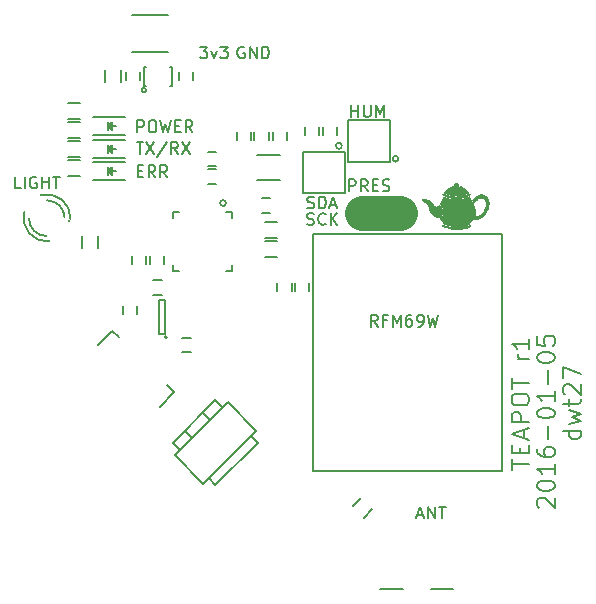
<source format=gto>
G04 #@! TF.FileFunction,Legend,Top*
%FSLAX46Y46*%
G04 Gerber Fmt 4.6, Leading zero omitted, Abs format (unit mm)*
G04 Created by KiCad (PCBNEW 0.201509071501+6164~29~ubuntu14.04.1-product) date Thu 07 Jan 2016 12:58:05 GMT*
%MOMM*%
G01*
G04 APERTURE LIST*
%ADD10C,0.100000*%
%ADD11C,3.000000*%
%ADD12C,0.150000*%
%ADD13C,0.200000*%
%ADD14C,0.010000*%
G04 APERTURE END LIST*
D10*
D11*
X132150000Y-106100000D02*
X135400000Y-106100000D01*
D12*
X113140476Y-99252381D02*
X113140476Y-98252381D01*
X113521429Y-98252381D01*
X113616667Y-98300000D01*
X113664286Y-98347619D01*
X113711905Y-98442857D01*
X113711905Y-98585714D01*
X113664286Y-98680952D01*
X113616667Y-98728571D01*
X113521429Y-98776190D01*
X113140476Y-98776190D01*
X114330952Y-98252381D02*
X114521429Y-98252381D01*
X114616667Y-98300000D01*
X114711905Y-98395238D01*
X114759524Y-98585714D01*
X114759524Y-98919048D01*
X114711905Y-99109524D01*
X114616667Y-99204762D01*
X114521429Y-99252381D01*
X114330952Y-99252381D01*
X114235714Y-99204762D01*
X114140476Y-99109524D01*
X114092857Y-98919048D01*
X114092857Y-98585714D01*
X114140476Y-98395238D01*
X114235714Y-98300000D01*
X114330952Y-98252381D01*
X115092857Y-98252381D02*
X115330952Y-99252381D01*
X115521429Y-98538095D01*
X115711905Y-99252381D01*
X115950000Y-98252381D01*
X116330952Y-98728571D02*
X116664286Y-98728571D01*
X116807143Y-99252381D02*
X116330952Y-99252381D01*
X116330952Y-98252381D01*
X116807143Y-98252381D01*
X117807143Y-99252381D02*
X117473809Y-98776190D01*
X117235714Y-99252381D02*
X117235714Y-98252381D01*
X117616667Y-98252381D01*
X117711905Y-98300000D01*
X117759524Y-98347619D01*
X117807143Y-98442857D01*
X117807143Y-98585714D01*
X117759524Y-98680952D01*
X117711905Y-98728571D01*
X117616667Y-98776190D01*
X117235714Y-98776190D01*
D13*
X150678571Y-124521428D02*
X149178571Y-124521428D01*
X150607143Y-124521428D02*
X150678571Y-124664285D01*
X150678571Y-124949999D01*
X150607143Y-125092857D01*
X150535714Y-125164285D01*
X150392857Y-125235714D01*
X149964286Y-125235714D01*
X149821429Y-125164285D01*
X149750000Y-125092857D01*
X149678571Y-124949999D01*
X149678571Y-124664285D01*
X149750000Y-124521428D01*
X149678571Y-123949999D02*
X150678571Y-123664285D01*
X149964286Y-123378571D01*
X150678571Y-123092856D01*
X149678571Y-122807142D01*
X149678571Y-122449999D02*
X149678571Y-121878570D01*
X149178571Y-122235713D02*
X150464286Y-122235713D01*
X150607143Y-122164285D01*
X150678571Y-122021427D01*
X150678571Y-121878570D01*
X149321429Y-121449999D02*
X149250000Y-121378570D01*
X149178571Y-121235713D01*
X149178571Y-120878570D01*
X149250000Y-120735713D01*
X149321429Y-120664284D01*
X149464286Y-120592856D01*
X149607143Y-120592856D01*
X149821429Y-120664284D01*
X150678571Y-121521427D01*
X150678571Y-120592856D01*
X149178571Y-120092856D02*
X149178571Y-119092856D01*
X150678571Y-119735713D01*
X147121429Y-131035713D02*
X147050000Y-130964284D01*
X146978571Y-130821427D01*
X146978571Y-130464284D01*
X147050000Y-130321427D01*
X147121429Y-130249998D01*
X147264286Y-130178570D01*
X147407143Y-130178570D01*
X147621429Y-130249998D01*
X148478571Y-131107141D01*
X148478571Y-130178570D01*
X146978571Y-129249999D02*
X146978571Y-129107142D01*
X147050000Y-128964285D01*
X147121429Y-128892856D01*
X147264286Y-128821427D01*
X147550000Y-128749999D01*
X147907143Y-128749999D01*
X148192857Y-128821427D01*
X148335714Y-128892856D01*
X148407143Y-128964285D01*
X148478571Y-129107142D01*
X148478571Y-129249999D01*
X148407143Y-129392856D01*
X148335714Y-129464285D01*
X148192857Y-129535713D01*
X147907143Y-129607142D01*
X147550000Y-129607142D01*
X147264286Y-129535713D01*
X147121429Y-129464285D01*
X147050000Y-129392856D01*
X146978571Y-129249999D01*
X148478571Y-127321428D02*
X148478571Y-128178571D01*
X148478571Y-127749999D02*
X146978571Y-127749999D01*
X147192857Y-127892856D01*
X147335714Y-128035714D01*
X147407143Y-128178571D01*
X146978571Y-126035714D02*
X146978571Y-126321428D01*
X147050000Y-126464285D01*
X147121429Y-126535714D01*
X147335714Y-126678571D01*
X147621429Y-126750000D01*
X148192857Y-126750000D01*
X148335714Y-126678571D01*
X148407143Y-126607143D01*
X148478571Y-126464285D01*
X148478571Y-126178571D01*
X148407143Y-126035714D01*
X148335714Y-125964285D01*
X148192857Y-125892857D01*
X147835714Y-125892857D01*
X147692857Y-125964285D01*
X147621429Y-126035714D01*
X147550000Y-126178571D01*
X147550000Y-126464285D01*
X147621429Y-126607143D01*
X147692857Y-126678571D01*
X147835714Y-126750000D01*
X147907143Y-125250000D02*
X147907143Y-124107143D01*
X146978571Y-123107143D02*
X146978571Y-122964286D01*
X147050000Y-122821429D01*
X147121429Y-122750000D01*
X147264286Y-122678571D01*
X147550000Y-122607143D01*
X147907143Y-122607143D01*
X148192857Y-122678571D01*
X148335714Y-122750000D01*
X148407143Y-122821429D01*
X148478571Y-122964286D01*
X148478571Y-123107143D01*
X148407143Y-123250000D01*
X148335714Y-123321429D01*
X148192857Y-123392857D01*
X147907143Y-123464286D01*
X147550000Y-123464286D01*
X147264286Y-123392857D01*
X147121429Y-123321429D01*
X147050000Y-123250000D01*
X146978571Y-123107143D01*
X148478571Y-121178572D02*
X148478571Y-122035715D01*
X148478571Y-121607143D02*
X146978571Y-121607143D01*
X147192857Y-121750000D01*
X147335714Y-121892858D01*
X147407143Y-122035715D01*
X147907143Y-120535715D02*
X147907143Y-119392858D01*
X146978571Y-118392858D02*
X146978571Y-118250001D01*
X147050000Y-118107144D01*
X147121429Y-118035715D01*
X147264286Y-117964286D01*
X147550000Y-117892858D01*
X147907143Y-117892858D01*
X148192857Y-117964286D01*
X148335714Y-118035715D01*
X148407143Y-118107144D01*
X148478571Y-118250001D01*
X148478571Y-118392858D01*
X148407143Y-118535715D01*
X148335714Y-118607144D01*
X148192857Y-118678572D01*
X147907143Y-118750001D01*
X147550000Y-118750001D01*
X147264286Y-118678572D01*
X147121429Y-118607144D01*
X147050000Y-118535715D01*
X146978571Y-118392858D01*
X146978571Y-116535715D02*
X146978571Y-117250001D01*
X147692857Y-117321430D01*
X147621429Y-117250001D01*
X147550000Y-117107144D01*
X147550000Y-116750001D01*
X147621429Y-116607144D01*
X147692857Y-116535715D01*
X147835714Y-116464287D01*
X148192857Y-116464287D01*
X148335714Y-116535715D01*
X148407143Y-116607144D01*
X148478571Y-116750001D01*
X148478571Y-117107144D01*
X148407143Y-117250001D01*
X148335714Y-117321430D01*
X144828571Y-127807142D02*
X144828571Y-126949999D01*
X146328571Y-127378570D02*
X144828571Y-127378570D01*
X145542857Y-126449999D02*
X145542857Y-125949999D01*
X146328571Y-125735713D02*
X146328571Y-126449999D01*
X144828571Y-126449999D01*
X144828571Y-125735713D01*
X145900000Y-125164285D02*
X145900000Y-124449999D01*
X146328571Y-125307142D02*
X144828571Y-124807142D01*
X146328571Y-124307142D01*
X146328571Y-123807142D02*
X144828571Y-123807142D01*
X144828571Y-123235714D01*
X144900000Y-123092856D01*
X144971429Y-123021428D01*
X145114286Y-122949999D01*
X145328571Y-122949999D01*
X145471429Y-123021428D01*
X145542857Y-123092856D01*
X145614286Y-123235714D01*
X145614286Y-123807142D01*
X144828571Y-122021428D02*
X144828571Y-121735714D01*
X144900000Y-121592856D01*
X145042857Y-121449999D01*
X145328571Y-121378571D01*
X145828571Y-121378571D01*
X146114286Y-121449999D01*
X146257143Y-121592856D01*
X146328571Y-121735714D01*
X146328571Y-122021428D01*
X146257143Y-122164285D01*
X146114286Y-122307142D01*
X145828571Y-122378571D01*
X145328571Y-122378571D01*
X145042857Y-122307142D01*
X144900000Y-122164285D01*
X144828571Y-122021428D01*
X144828571Y-120949999D02*
X144828571Y-120092856D01*
X146328571Y-120521427D02*
X144828571Y-120521427D01*
X146328571Y-118449999D02*
X145328571Y-118449999D01*
X145614286Y-118449999D02*
X145471429Y-118378571D01*
X145400000Y-118307142D01*
X145328571Y-118164285D01*
X145328571Y-118021428D01*
X146328571Y-116735714D02*
X146328571Y-117592857D01*
X146328571Y-117164285D02*
X144828571Y-117164285D01*
X145042857Y-117307142D01*
X145185714Y-117450000D01*
X145257143Y-117592857D01*
D12*
X131269048Y-97952381D02*
X131269048Y-96952381D01*
X131269048Y-97428571D02*
X131840477Y-97428571D01*
X131840477Y-97952381D02*
X131840477Y-96952381D01*
X132316667Y-96952381D02*
X132316667Y-97761905D01*
X132364286Y-97857143D01*
X132411905Y-97904762D01*
X132507143Y-97952381D01*
X132697620Y-97952381D01*
X132792858Y-97904762D01*
X132840477Y-97857143D01*
X132888096Y-97761905D01*
X132888096Y-96952381D01*
X133364286Y-97952381D02*
X133364286Y-96952381D01*
X133697620Y-97666667D01*
X134030953Y-96952381D01*
X134030953Y-97952381D01*
X131059524Y-104252381D02*
X131059524Y-103252381D01*
X131440477Y-103252381D01*
X131535715Y-103300000D01*
X131583334Y-103347619D01*
X131630953Y-103442857D01*
X131630953Y-103585714D01*
X131583334Y-103680952D01*
X131535715Y-103728571D01*
X131440477Y-103776190D01*
X131059524Y-103776190D01*
X132630953Y-104252381D02*
X132297619Y-103776190D01*
X132059524Y-104252381D02*
X132059524Y-103252381D01*
X132440477Y-103252381D01*
X132535715Y-103300000D01*
X132583334Y-103347619D01*
X132630953Y-103442857D01*
X132630953Y-103585714D01*
X132583334Y-103680952D01*
X132535715Y-103728571D01*
X132440477Y-103776190D01*
X132059524Y-103776190D01*
X133059524Y-103728571D02*
X133392858Y-103728571D01*
X133535715Y-104252381D02*
X133059524Y-104252381D01*
X133059524Y-103252381D01*
X133535715Y-103252381D01*
X133916667Y-104204762D02*
X134059524Y-104252381D01*
X134297620Y-104252381D01*
X134392858Y-104204762D01*
X134440477Y-104157143D01*
X134488096Y-104061905D01*
X134488096Y-103966667D01*
X134440477Y-103871429D01*
X134392858Y-103823810D01*
X134297620Y-103776190D01*
X134107143Y-103728571D01*
X134011905Y-103680952D01*
X133964286Y-103633333D01*
X133916667Y-103538095D01*
X133916667Y-103442857D01*
X133964286Y-103347619D01*
X134011905Y-103300000D01*
X134107143Y-103252381D01*
X134345239Y-103252381D01*
X134488096Y-103300000D01*
X103266667Y-104002381D02*
X102790476Y-104002381D01*
X102790476Y-103002381D01*
X103600000Y-104002381D02*
X103600000Y-103002381D01*
X104600000Y-103050000D02*
X104504762Y-103002381D01*
X104361905Y-103002381D01*
X104219047Y-103050000D01*
X104123809Y-103145238D01*
X104076190Y-103240476D01*
X104028571Y-103430952D01*
X104028571Y-103573810D01*
X104076190Y-103764286D01*
X104123809Y-103859524D01*
X104219047Y-103954762D01*
X104361905Y-104002381D01*
X104457143Y-104002381D01*
X104600000Y-103954762D01*
X104647619Y-103907143D01*
X104647619Y-103573810D01*
X104457143Y-103573810D01*
X105076190Y-104002381D02*
X105076190Y-103002381D01*
X105076190Y-103478571D02*
X105647619Y-103478571D01*
X105647619Y-104002381D02*
X105647619Y-103002381D01*
X105980952Y-103002381D02*
X106552381Y-103002381D01*
X106266666Y-104002381D02*
X106266666Y-103002381D01*
X113185714Y-102528571D02*
X113519048Y-102528571D01*
X113661905Y-103052381D02*
X113185714Y-103052381D01*
X113185714Y-102052381D01*
X113661905Y-102052381D01*
X114661905Y-103052381D02*
X114328571Y-102576190D01*
X114090476Y-103052381D02*
X114090476Y-102052381D01*
X114471429Y-102052381D01*
X114566667Y-102100000D01*
X114614286Y-102147619D01*
X114661905Y-102242857D01*
X114661905Y-102385714D01*
X114614286Y-102480952D01*
X114566667Y-102528571D01*
X114471429Y-102576190D01*
X114090476Y-102576190D01*
X115661905Y-103052381D02*
X115328571Y-102576190D01*
X115090476Y-103052381D02*
X115090476Y-102052381D01*
X115471429Y-102052381D01*
X115566667Y-102100000D01*
X115614286Y-102147619D01*
X115661905Y-102242857D01*
X115661905Y-102385714D01*
X115614286Y-102480952D01*
X115566667Y-102528571D01*
X115471429Y-102576190D01*
X115090476Y-102576190D01*
X113088095Y-100102381D02*
X113659524Y-100102381D01*
X113373809Y-101102381D02*
X113373809Y-100102381D01*
X113897619Y-100102381D02*
X114564286Y-101102381D01*
X114564286Y-100102381D02*
X113897619Y-101102381D01*
X115659524Y-100054762D02*
X114802381Y-101340476D01*
X116564286Y-101102381D02*
X116230952Y-100626190D01*
X115992857Y-101102381D02*
X115992857Y-100102381D01*
X116373810Y-100102381D01*
X116469048Y-100150000D01*
X116516667Y-100197619D01*
X116564286Y-100292857D01*
X116564286Y-100435714D01*
X116516667Y-100530952D01*
X116469048Y-100578571D01*
X116373810Y-100626190D01*
X115992857Y-100626190D01*
X116897619Y-100102381D02*
X117564286Y-101102381D01*
X117564286Y-100102381D02*
X116897619Y-101102381D01*
X115650000Y-116600000D02*
G75*
G03X115650000Y-116600000I-100000J0D01*
G01*
X115000000Y-116350000D02*
X115500000Y-116350000D01*
X115000000Y-113450000D02*
X115000000Y-116350000D01*
X115500000Y-113450000D02*
X115000000Y-113450000D01*
X115500000Y-116350000D02*
X115500000Y-113450000D01*
X144050000Y-107900000D02*
X128050000Y-107900000D01*
X128050000Y-107900000D02*
X128050000Y-127900000D01*
X128050000Y-127900000D02*
X144050000Y-127900000D01*
X144050000Y-127900000D02*
X144050000Y-107900000D01*
X130450000Y-100400000D02*
G75*
G03X130450000Y-100400000I-250000J0D01*
G01*
X130700000Y-100900000D02*
X127200000Y-100900000D01*
X127200000Y-100900000D02*
X127200000Y-104400000D01*
X127200000Y-104400000D02*
X130700000Y-104400000D01*
X130700000Y-104400000D02*
X130700000Y-100900000D01*
X107469853Y-106661576D02*
X107328431Y-106802997D01*
X105635618Y-108495811D02*
X105762897Y-108368532D01*
X103572713Y-105993995D02*
G75*
G03X105631375Y-108500054I1931383J-512017D01*
G01*
X103959016Y-106563332D02*
G75*
G03X105445406Y-108051041I1545080J57320D01*
G01*
X107479714Y-106633640D02*
G75*
G03X104945481Y-104589753I-1982689J134699D01*
G01*
X106984169Y-106459792D02*
G75*
G03X105522480Y-105025331I-1480073J-46220D01*
G01*
X135250000Y-101500000D02*
G75*
G03X135250000Y-101500000I-250000J0D01*
G01*
X134500000Y-101750000D02*
X134500000Y-98250000D01*
X134500000Y-98250000D02*
X131000000Y-98250000D01*
X131000000Y-98250000D02*
X131000000Y-101750000D01*
X131000000Y-101750000D02*
X134500000Y-101750000D01*
X119750987Y-121958885D02*
X116158885Y-125550987D01*
X116742601Y-126134704D02*
X116158885Y-125550987D01*
X117191614Y-124518258D02*
X117775331Y-125101975D01*
X120334704Y-122542602D02*
X119750987Y-121958885D01*
X118718258Y-122991614D02*
X119301974Y-123575331D01*
X122759373Y-124967271D02*
X123343089Y-125550987D01*
X123343089Y-125550987D02*
X119750987Y-129143090D01*
X119750987Y-129143090D02*
X119167270Y-128559373D01*
X120963322Y-126763322D02*
X118718258Y-129008386D01*
X118718258Y-129008386D02*
X116293588Y-126583717D01*
X116293588Y-126583717D02*
X120783716Y-122093589D01*
X120783716Y-122093589D02*
X123208386Y-124518258D01*
X123208386Y-124518258D02*
X120963322Y-126763322D01*
X135600000Y-137900000D02*
X133700000Y-137900000D01*
X139900000Y-137900000D02*
X138000000Y-137900000D01*
X113400000Y-94150000D02*
X113400000Y-94850000D01*
X112200000Y-94850000D02*
X112200000Y-94150000D01*
X110425000Y-95000000D02*
X110425000Y-94000000D01*
X111775000Y-94000000D02*
X111775000Y-95000000D01*
X133030850Y-131173744D02*
X132323744Y-131880850D01*
X131369150Y-130926256D02*
X132076256Y-130219150D01*
X115700000Y-92500000D02*
X112700000Y-92500000D01*
X112700000Y-89300000D02*
X115700000Y-89300000D01*
X113900000Y-95700000D02*
G75*
G03X113900000Y-95700000I-200000J0D01*
G01*
X115900000Y-93700000D02*
X116100000Y-93700000D01*
X116100000Y-93700000D02*
X116100000Y-95300000D01*
X116100000Y-95300000D02*
X115900000Y-95300000D01*
X113700000Y-93700000D02*
X113900000Y-93700000D01*
X113700000Y-93700000D02*
X113700000Y-95300000D01*
X113700000Y-95300000D02*
X113900000Y-95300000D01*
X117850000Y-94150000D02*
X117850000Y-94850000D01*
X116650000Y-94850000D02*
X116650000Y-94150000D01*
X111950000Y-114650000D02*
X111950000Y-113950000D01*
X113150000Y-113950000D02*
X113150000Y-114650000D01*
X126200000Y-112000000D02*
X126200000Y-112700000D01*
X125000000Y-112700000D02*
X125000000Y-112000000D01*
X112700000Y-110400000D02*
X112700000Y-109700000D01*
X113900000Y-109700000D02*
X113900000Y-110400000D01*
X109400000Y-99500000D02*
X112100000Y-99500000D01*
X109400000Y-98000000D02*
X112100000Y-98000000D01*
X110900000Y-98900000D02*
X110900000Y-98650000D01*
X110900000Y-98650000D02*
X110750000Y-98800000D01*
X110650000Y-98400000D02*
X110650000Y-99100000D01*
X111000000Y-98750000D02*
X111350000Y-98750000D01*
X110650000Y-98750000D02*
X111000000Y-98400000D01*
X111000000Y-98400000D02*
X111000000Y-99100000D01*
X111000000Y-99100000D02*
X110650000Y-98750000D01*
X109400000Y-101400000D02*
X112100000Y-101400000D01*
X109400000Y-99900000D02*
X112100000Y-99900000D01*
X110900000Y-100800000D02*
X110900000Y-100550000D01*
X110900000Y-100550000D02*
X110750000Y-100700000D01*
X110650000Y-100300000D02*
X110650000Y-101000000D01*
X111000000Y-100650000D02*
X111350000Y-100650000D01*
X110650000Y-100650000D02*
X111000000Y-100300000D01*
X111000000Y-100300000D02*
X111000000Y-101000000D01*
X111000000Y-101000000D02*
X110650000Y-100650000D01*
X109400000Y-103300000D02*
X112100000Y-103300000D01*
X109400000Y-101800000D02*
X112100000Y-101800000D01*
X110900000Y-102700000D02*
X110900000Y-102450000D01*
X110900000Y-102450000D02*
X110750000Y-102600000D01*
X110650000Y-102200000D02*
X110650000Y-102900000D01*
X111000000Y-102550000D02*
X111350000Y-102550000D01*
X110650000Y-102550000D02*
X111000000Y-102200000D01*
X111000000Y-102200000D02*
X111000000Y-102900000D01*
X111000000Y-102900000D02*
X110650000Y-102550000D01*
X125250000Y-103325000D02*
X123250000Y-103325000D01*
X123250000Y-101175000D02*
X125250000Y-101175000D01*
X116950000Y-116650000D02*
X117650000Y-116650000D01*
X117650000Y-117850000D02*
X116950000Y-117850000D01*
X127700000Y-112000000D02*
X127700000Y-112700000D01*
X126500000Y-112700000D02*
X126500000Y-112000000D01*
X123050000Y-99900000D02*
X123050000Y-99200000D01*
X124250000Y-99200000D02*
X124250000Y-99900000D01*
X124600000Y-99900000D02*
X124600000Y-99200000D01*
X125800000Y-99200000D02*
X125800000Y-99900000D01*
X121550000Y-99900000D02*
X121550000Y-99200000D01*
X122750000Y-99200000D02*
X122750000Y-99900000D01*
X123700000Y-104850000D02*
X124400000Y-104850000D01*
X124400000Y-106050000D02*
X123700000Y-106050000D01*
X119100000Y-100900000D02*
X119800000Y-100900000D01*
X119800000Y-102100000D02*
X119100000Y-102100000D01*
X119100000Y-102400000D02*
X119800000Y-102400000D01*
X119800000Y-103600000D02*
X119100000Y-103600000D01*
X128850000Y-99500000D02*
X128850000Y-98800000D01*
X130050000Y-98800000D02*
X130050000Y-99500000D01*
X114200000Y-110400000D02*
X114200000Y-109700000D01*
X115400000Y-109700000D02*
X115400000Y-110400000D01*
X127300000Y-99500000D02*
X127300000Y-98800000D01*
X128500000Y-98800000D02*
X128500000Y-99500000D01*
X107300000Y-96775000D02*
X108300000Y-96775000D01*
X108300000Y-98125000D02*
X107300000Y-98125000D01*
X107300000Y-98375000D02*
X108300000Y-98375000D01*
X108300000Y-99725000D02*
X107300000Y-99725000D01*
X123950000Y-108475000D02*
X124950000Y-108475000D01*
X124950000Y-109825000D02*
X123950000Y-109825000D01*
X123950000Y-106875000D02*
X124950000Y-106875000D01*
X124950000Y-108225000D02*
X123950000Y-108225000D01*
X107300000Y-99975000D02*
X108300000Y-99975000D01*
X108300000Y-101325000D02*
X107300000Y-101325000D01*
X107300000Y-101575000D02*
X108300000Y-101575000D01*
X108300000Y-102925000D02*
X107300000Y-102925000D01*
X108475000Y-109050000D02*
X108475000Y-108050000D01*
X109825000Y-108050000D02*
X109825000Y-109050000D01*
X114500000Y-111800000D02*
X115200000Y-111800000D01*
X115200000Y-113000000D02*
X114500000Y-113000000D01*
X111013604Y-116053806D02*
X109811522Y-117255887D01*
X111579289Y-116619491D02*
X111013604Y-116053806D01*
X116246194Y-121286396D02*
X115645153Y-120685355D01*
X115044113Y-122488478D02*
X116246194Y-121286396D01*
X116650000Y-106000000D02*
X116150000Y-106000000D01*
X116150000Y-106000000D02*
X116150000Y-106500000D01*
X116650000Y-111000000D02*
X116150000Y-111000000D01*
X116150000Y-111000000D02*
X116150000Y-110500000D01*
X121150000Y-110500000D02*
X121150000Y-111000000D01*
X121150000Y-111000000D02*
X120650000Y-111000000D01*
X120650000Y-106000000D02*
X121150000Y-106000000D01*
X121150000Y-106000000D02*
X121150000Y-106500000D01*
X120650000Y-105250000D02*
G75*
G03X120650000Y-105250000I-250000J0D01*
G01*
D14*
G36*
X139107703Y-107117689D02*
X139208940Y-107154258D01*
X139320853Y-107188996D01*
X139439628Y-107220976D01*
X139561454Y-107249272D01*
X139682520Y-107272957D01*
X139799014Y-107291103D01*
X139843654Y-107296624D01*
X139913170Y-107303014D01*
X139993315Y-107307866D01*
X140080391Y-107311138D01*
X140170702Y-107312790D01*
X140260549Y-107312780D01*
X140346236Y-107311065D01*
X140424065Y-107307605D01*
X140476277Y-107303729D01*
X140639185Y-107283639D01*
X140802134Y-107253507D01*
X140961512Y-107214168D01*
X141113707Y-107166458D01*
X141188287Y-107138825D01*
X141211008Y-107130462D01*
X141225910Y-107127499D01*
X141238524Y-107129646D01*
X141252033Y-107135489D01*
X141270095Y-107143257D01*
X141282812Y-107147235D01*
X141284194Y-107147371D01*
X141295119Y-107149981D01*
X141313040Y-107156442D01*
X141317664Y-107158329D01*
X141334157Y-107165818D01*
X141339103Y-107171671D01*
X141334416Y-107179679D01*
X141330612Y-107183959D01*
X141305412Y-107204875D01*
X141267299Y-107227027D01*
X141217780Y-107249995D01*
X141158363Y-107273357D01*
X141090555Y-107296693D01*
X141015863Y-107319583D01*
X140935793Y-107341605D01*
X140851854Y-107362338D01*
X140765551Y-107381362D01*
X140678392Y-107398257D01*
X140591884Y-107412601D01*
X140507534Y-107423973D01*
X140449143Y-107430070D01*
X140407594Y-107432827D01*
X140354939Y-107434802D01*
X140294566Y-107436000D01*
X140229861Y-107436427D01*
X140164212Y-107436087D01*
X140101005Y-107434985D01*
X140043629Y-107433126D01*
X139995469Y-107430515D01*
X139981058Y-107429394D01*
X139865600Y-107417594D01*
X139749115Y-107402224D01*
X139633880Y-107383744D01*
X139522175Y-107362613D01*
X139416277Y-107339289D01*
X139318466Y-107314232D01*
X139231021Y-107287901D01*
X139168804Y-107265742D01*
X139123968Y-107247307D01*
X139081143Y-107227806D01*
X139041992Y-107208208D01*
X139008183Y-107189481D01*
X138981380Y-107172594D01*
X138963250Y-107158517D01*
X138955458Y-107148218D01*
X138958135Y-107143189D01*
X138967916Y-107137654D01*
X138985552Y-107126657D01*
X139002809Y-107115470D01*
X139039891Y-107091049D01*
X139107703Y-107117689D01*
X139107703Y-107117689D01*
G37*
X139107703Y-107117689D02*
X139208940Y-107154258D01*
X139320853Y-107188996D01*
X139439628Y-107220976D01*
X139561454Y-107249272D01*
X139682520Y-107272957D01*
X139799014Y-107291103D01*
X139843654Y-107296624D01*
X139913170Y-107303014D01*
X139993315Y-107307866D01*
X140080391Y-107311138D01*
X140170702Y-107312790D01*
X140260549Y-107312780D01*
X140346236Y-107311065D01*
X140424065Y-107307605D01*
X140476277Y-107303729D01*
X140639185Y-107283639D01*
X140802134Y-107253507D01*
X140961512Y-107214168D01*
X141113707Y-107166458D01*
X141188287Y-107138825D01*
X141211008Y-107130462D01*
X141225910Y-107127499D01*
X141238524Y-107129646D01*
X141252033Y-107135489D01*
X141270095Y-107143257D01*
X141282812Y-107147235D01*
X141284194Y-107147371D01*
X141295119Y-107149981D01*
X141313040Y-107156442D01*
X141317664Y-107158329D01*
X141334157Y-107165818D01*
X141339103Y-107171671D01*
X141334416Y-107179679D01*
X141330612Y-107183959D01*
X141305412Y-107204875D01*
X141267299Y-107227027D01*
X141217780Y-107249995D01*
X141158363Y-107273357D01*
X141090555Y-107296693D01*
X141015863Y-107319583D01*
X140935793Y-107341605D01*
X140851854Y-107362338D01*
X140765551Y-107381362D01*
X140678392Y-107398257D01*
X140591884Y-107412601D01*
X140507534Y-107423973D01*
X140449143Y-107430070D01*
X140407594Y-107432827D01*
X140354939Y-107434802D01*
X140294566Y-107436000D01*
X140229861Y-107436427D01*
X140164212Y-107436087D01*
X140101005Y-107434985D01*
X140043629Y-107433126D01*
X139995469Y-107430515D01*
X139981058Y-107429394D01*
X139865600Y-107417594D01*
X139749115Y-107402224D01*
X139633880Y-107383744D01*
X139522175Y-107362613D01*
X139416277Y-107339289D01*
X139318466Y-107314232D01*
X139231021Y-107287901D01*
X139168804Y-107265742D01*
X139123968Y-107247307D01*
X139081143Y-107227806D01*
X139041992Y-107208208D01*
X139008183Y-107189481D01*
X138981380Y-107172594D01*
X138963250Y-107158517D01*
X138955458Y-107148218D01*
X138958135Y-107143189D01*
X138967916Y-107137654D01*
X138985552Y-107126657D01*
X139002809Y-107115470D01*
X139039891Y-107091049D01*
X139107703Y-107117689D01*
G36*
X141240649Y-104722155D02*
X141254413Y-104771062D01*
X141277204Y-104828245D01*
X141309245Y-104894127D01*
X141350756Y-104969132D01*
X141401958Y-105053683D01*
X141462956Y-105148028D01*
X141537363Y-105268642D01*
X141598800Y-105387295D01*
X141648188Y-105506226D01*
X141686450Y-105627672D01*
X141714510Y-105753871D01*
X141715821Y-105761257D01*
X141730917Y-105887265D01*
X141731652Y-106011270D01*
X141718013Y-106133453D01*
X141689988Y-106253994D01*
X141679453Y-106287803D01*
X141662585Y-106335919D01*
X141644368Y-106380822D01*
X141623719Y-106424234D01*
X141599552Y-106467874D01*
X141570783Y-106513462D01*
X141536328Y-106562721D01*
X141495103Y-106617369D01*
X141446022Y-106679127D01*
X141389239Y-106748228D01*
X141339689Y-106808537D01*
X141296402Y-106862659D01*
X141260040Y-106909713D01*
X141231267Y-106948817D01*
X141210744Y-106979093D01*
X141199133Y-106999658D01*
X141197859Y-107002742D01*
X141186871Y-107014937D01*
X141163103Y-107029137D01*
X141128085Y-107044923D01*
X141083346Y-107061871D01*
X141030417Y-107079561D01*
X140970826Y-107097571D01*
X140906104Y-107115479D01*
X140837781Y-107132864D01*
X140767385Y-107149304D01*
X140696448Y-107164377D01*
X140626498Y-107177662D01*
X140559066Y-107188737D01*
X140495681Y-107197182D01*
X140490032Y-107197820D01*
X140460420Y-107200302D01*
X140419258Y-107202627D01*
X140369509Y-107204724D01*
X140314136Y-107206523D01*
X140256103Y-107207956D01*
X140198374Y-107208953D01*
X140143911Y-107209444D01*
X140095678Y-107209359D01*
X140056639Y-107208629D01*
X140046372Y-107208239D01*
X139942783Y-107200606D01*
X139829836Y-107186911D01*
X139711028Y-107167832D01*
X139589856Y-107144045D01*
X139469815Y-107116229D01*
X139354404Y-107085059D01*
X139262600Y-107056450D01*
X139201842Y-107035743D01*
X139154013Y-107018437D01*
X139118058Y-107004064D01*
X139092917Y-106992153D01*
X139077533Y-106982236D01*
X139070847Y-106973843D01*
X139070367Y-106971144D01*
X139065098Y-106949959D01*
X139050397Y-106921186D01*
X139027605Y-106886962D01*
X138998066Y-106849421D01*
X138982635Y-106831686D01*
X138922645Y-106761779D01*
X138864441Y-106688281D01*
X138811810Y-106616077D01*
X138786319Y-106578243D01*
X138744165Y-106513486D01*
X138796554Y-106488229D01*
X138855701Y-106451919D01*
X138906672Y-106403904D01*
X138949554Y-106344057D01*
X138984438Y-106272248D01*
X139011412Y-106188352D01*
X139014879Y-106174307D01*
X139031510Y-106096389D01*
X139042035Y-106026403D01*
X139046981Y-105959371D01*
X139046874Y-105890317D01*
X139046363Y-105877371D01*
X139040545Y-105804296D01*
X139029282Y-105739977D01*
X139011277Y-105679260D01*
X138985229Y-105616993D01*
X138975861Y-105597659D01*
X138934626Y-105527488D01*
X138884060Y-105465047D01*
X138822586Y-105408696D01*
X138748624Y-105356794D01*
X138737432Y-105349940D01*
X138738317Y-105346054D01*
X138743245Y-105335060D01*
X138752635Y-105316156D01*
X138766909Y-105288538D01*
X138786485Y-105251403D01*
X138811785Y-105203946D01*
X138843227Y-105145364D01*
X138880908Y-105075457D01*
X138918622Y-105003555D01*
X138949610Y-104939564D01*
X138975587Y-104879589D01*
X138998270Y-104819735D01*
X139013598Y-104774303D01*
X139023221Y-104744930D01*
X139031279Y-104721187D01*
X139036708Y-104706168D01*
X139038323Y-104702545D01*
X139045403Y-104703984D01*
X139057776Y-104710868D01*
X139076039Y-104720764D01*
X139105181Y-104734123D01*
X139142326Y-104749773D01*
X139184598Y-104766544D01*
X139229120Y-104783264D01*
X139273017Y-104798762D01*
X139276650Y-104799993D01*
X139377898Y-104832340D01*
X139474066Y-104858941D01*
X139568170Y-104880292D01*
X139663226Y-104896885D01*
X139762250Y-104909215D01*
X139868261Y-104917776D01*
X139984273Y-104923061D01*
X140036656Y-104924422D01*
X140121749Y-104925707D01*
X140195835Y-104925561D01*
X140262372Y-104923770D01*
X140324817Y-104920121D01*
X140386625Y-104914402D01*
X140451255Y-104906400D01*
X140522162Y-104895902D01*
X140536229Y-104893671D01*
X140678776Y-104868269D01*
X140807994Y-104839708D01*
X140924773Y-104807741D01*
X141030004Y-104772122D01*
X141124576Y-104732603D01*
X141136388Y-104727045D01*
X141232177Y-104681344D01*
X141240649Y-104722155D01*
X141240649Y-104722155D01*
G37*
X141240649Y-104722155D02*
X141254413Y-104771062D01*
X141277204Y-104828245D01*
X141309245Y-104894127D01*
X141350756Y-104969132D01*
X141401958Y-105053683D01*
X141462956Y-105148028D01*
X141537363Y-105268642D01*
X141598800Y-105387295D01*
X141648188Y-105506226D01*
X141686450Y-105627672D01*
X141714510Y-105753871D01*
X141715821Y-105761257D01*
X141730917Y-105887265D01*
X141731652Y-106011270D01*
X141718013Y-106133453D01*
X141689988Y-106253994D01*
X141679453Y-106287803D01*
X141662585Y-106335919D01*
X141644368Y-106380822D01*
X141623719Y-106424234D01*
X141599552Y-106467874D01*
X141570783Y-106513462D01*
X141536328Y-106562721D01*
X141495103Y-106617369D01*
X141446022Y-106679127D01*
X141389239Y-106748228D01*
X141339689Y-106808537D01*
X141296402Y-106862659D01*
X141260040Y-106909713D01*
X141231267Y-106948817D01*
X141210744Y-106979093D01*
X141199133Y-106999658D01*
X141197859Y-107002742D01*
X141186871Y-107014937D01*
X141163103Y-107029137D01*
X141128085Y-107044923D01*
X141083346Y-107061871D01*
X141030417Y-107079561D01*
X140970826Y-107097571D01*
X140906104Y-107115479D01*
X140837781Y-107132864D01*
X140767385Y-107149304D01*
X140696448Y-107164377D01*
X140626498Y-107177662D01*
X140559066Y-107188737D01*
X140495681Y-107197182D01*
X140490032Y-107197820D01*
X140460420Y-107200302D01*
X140419258Y-107202627D01*
X140369509Y-107204724D01*
X140314136Y-107206523D01*
X140256103Y-107207956D01*
X140198374Y-107208953D01*
X140143911Y-107209444D01*
X140095678Y-107209359D01*
X140056639Y-107208629D01*
X140046372Y-107208239D01*
X139942783Y-107200606D01*
X139829836Y-107186911D01*
X139711028Y-107167832D01*
X139589856Y-107144045D01*
X139469815Y-107116229D01*
X139354404Y-107085059D01*
X139262600Y-107056450D01*
X139201842Y-107035743D01*
X139154013Y-107018437D01*
X139118058Y-107004064D01*
X139092917Y-106992153D01*
X139077533Y-106982236D01*
X139070847Y-106973843D01*
X139070367Y-106971144D01*
X139065098Y-106949959D01*
X139050397Y-106921186D01*
X139027605Y-106886962D01*
X138998066Y-106849421D01*
X138982635Y-106831686D01*
X138922645Y-106761779D01*
X138864441Y-106688281D01*
X138811810Y-106616077D01*
X138786319Y-106578243D01*
X138744165Y-106513486D01*
X138796554Y-106488229D01*
X138855701Y-106451919D01*
X138906672Y-106403904D01*
X138949554Y-106344057D01*
X138984438Y-106272248D01*
X139011412Y-106188352D01*
X139014879Y-106174307D01*
X139031510Y-106096389D01*
X139042035Y-106026403D01*
X139046981Y-105959371D01*
X139046874Y-105890317D01*
X139046363Y-105877371D01*
X139040545Y-105804296D01*
X139029282Y-105739977D01*
X139011277Y-105679260D01*
X138985229Y-105616993D01*
X138975861Y-105597659D01*
X138934626Y-105527488D01*
X138884060Y-105465047D01*
X138822586Y-105408696D01*
X138748624Y-105356794D01*
X138737432Y-105349940D01*
X138738317Y-105346054D01*
X138743245Y-105335060D01*
X138752635Y-105316156D01*
X138766909Y-105288538D01*
X138786485Y-105251403D01*
X138811785Y-105203946D01*
X138843227Y-105145364D01*
X138880908Y-105075457D01*
X138918622Y-105003555D01*
X138949610Y-104939564D01*
X138975587Y-104879589D01*
X138998270Y-104819735D01*
X139013598Y-104774303D01*
X139023221Y-104744930D01*
X139031279Y-104721187D01*
X139036708Y-104706168D01*
X139038323Y-104702545D01*
X139045403Y-104703984D01*
X139057776Y-104710868D01*
X139076039Y-104720764D01*
X139105181Y-104734123D01*
X139142326Y-104749773D01*
X139184598Y-104766544D01*
X139229120Y-104783264D01*
X139273017Y-104798762D01*
X139276650Y-104799993D01*
X139377898Y-104832340D01*
X139474066Y-104858941D01*
X139568170Y-104880292D01*
X139663226Y-104896885D01*
X139762250Y-104909215D01*
X139868261Y-104917776D01*
X139984273Y-104923061D01*
X140036656Y-104924422D01*
X140121749Y-104925707D01*
X140195835Y-104925561D01*
X140262372Y-104923770D01*
X140324817Y-104920121D01*
X140386625Y-104914402D01*
X140451255Y-104906400D01*
X140522162Y-104895902D01*
X140536229Y-104893671D01*
X140678776Y-104868269D01*
X140807994Y-104839708D01*
X140924773Y-104807741D01*
X141030004Y-104772122D01*
X141124576Y-104732603D01*
X141136388Y-104727045D01*
X141232177Y-104681344D01*
X141240649Y-104722155D01*
G36*
X142311308Y-104512292D02*
X142394157Y-104532065D01*
X142401421Y-104534448D01*
X142491680Y-104571980D01*
X142573326Y-104621157D01*
X142646250Y-104681860D01*
X142710341Y-104753973D01*
X142765489Y-104837377D01*
X142811583Y-104931953D01*
X142837611Y-105002312D01*
X142862703Y-105096628D01*
X142876184Y-105192364D01*
X142878060Y-105291234D01*
X142868335Y-105394953D01*
X142847016Y-105505235D01*
X142839291Y-105536286D01*
X142798470Y-105678895D01*
X142753228Y-105808551D01*
X142702971Y-105926300D01*
X142647106Y-106033189D01*
X142585039Y-106130267D01*
X142516175Y-106218580D01*
X142439921Y-106299174D01*
X142372286Y-106359553D01*
X142304214Y-106412645D01*
X142237617Y-106457011D01*
X142169002Y-106494440D01*
X142094875Y-106526721D01*
X142011742Y-106555645D01*
X141958629Y-106571415D01*
X141916939Y-106582626D01*
X141881988Y-106590377D01*
X141848427Y-106595487D01*
X141810905Y-106598778D01*
X141765526Y-106601011D01*
X141724295Y-106602139D01*
X141691522Y-106602050D01*
X141669152Y-106600797D01*
X141659132Y-106598431D01*
X141658896Y-106598156D01*
X141659794Y-106588196D01*
X141667519Y-106572666D01*
X141669298Y-106569976D01*
X141679869Y-106552505D01*
X141694521Y-106525619D01*
X141711348Y-106493125D01*
X141728442Y-106458830D01*
X141743899Y-106426540D01*
X141755811Y-106400064D01*
X141761258Y-106386349D01*
X141766076Y-106374327D01*
X141772481Y-106367515D01*
X141784210Y-106364422D01*
X141805004Y-106363554D01*
X141818551Y-106363493D01*
X141885680Y-106357712D01*
X141958222Y-106341392D01*
X142032946Y-106315654D01*
X142106622Y-106281619D01*
X142176018Y-106240406D01*
X142178763Y-106238553D01*
X142256826Y-106179222D01*
X142327490Y-106111723D01*
X142391922Y-106034618D01*
X142451284Y-105946472D01*
X142506741Y-105845847D01*
X142521515Y-105815686D01*
X142571540Y-105701372D01*
X142609379Y-105592637D01*
X142635428Y-105487821D01*
X142650084Y-105385265D01*
X142653743Y-105283311D01*
X142653237Y-105264143D01*
X142648944Y-105196452D01*
X142640797Y-105139225D01*
X142627885Y-105088711D01*
X142609300Y-105041160D01*
X142589818Y-105002886D01*
X142547496Y-104938284D01*
X142497381Y-104884308D01*
X142438949Y-104839431D01*
X142388228Y-104809949D01*
X142340245Y-104791174D01*
X142289970Y-104781547D01*
X142244992Y-104779388D01*
X142193807Y-104782110D01*
X142144291Y-104790836D01*
X142095004Y-104806341D01*
X142044507Y-104829403D01*
X141991361Y-104860798D01*
X141934125Y-104901304D01*
X141871361Y-104951696D01*
X141801629Y-105012752D01*
X141785683Y-105027260D01*
X141742070Y-105066268D01*
X141702486Y-105099921D01*
X141668091Y-105127353D01*
X141640044Y-105147698D01*
X141619505Y-105160091D01*
X141607634Y-105163666D01*
X141605312Y-105161875D01*
X141600462Y-105153174D01*
X141589098Y-105134912D01*
X141572802Y-105109575D01*
X141553155Y-105079647D01*
X141548378Y-105072450D01*
X141528464Y-105042144D01*
X141511841Y-105016150D01*
X141499995Y-104996846D01*
X141494414Y-104986612D01*
X141494172Y-104985757D01*
X141499792Y-104979541D01*
X141514646Y-104967870D01*
X141535722Y-104953082D01*
X141539529Y-104950543D01*
X141557671Y-104937068D01*
X141584222Y-104915375D01*
X141617090Y-104887272D01*
X141654186Y-104854563D01*
X141693422Y-104819056D01*
X141719143Y-104795275D01*
X141759584Y-104757998D01*
X141800088Y-104721473D01*
X141838352Y-104687719D01*
X141872072Y-104658753D01*
X141898944Y-104636594D01*
X141910626Y-104627551D01*
X141990082Y-104575735D01*
X142069539Y-104538366D01*
X142149337Y-104515378D01*
X142229814Y-104506708D01*
X142311308Y-104512292D01*
X142311308Y-104512292D01*
G37*
X142311308Y-104512292D02*
X142394157Y-104532065D01*
X142401421Y-104534448D01*
X142491680Y-104571980D01*
X142573326Y-104621157D01*
X142646250Y-104681860D01*
X142710341Y-104753973D01*
X142765489Y-104837377D01*
X142811583Y-104931953D01*
X142837611Y-105002312D01*
X142862703Y-105096628D01*
X142876184Y-105192364D01*
X142878060Y-105291234D01*
X142868335Y-105394953D01*
X142847016Y-105505235D01*
X142839291Y-105536286D01*
X142798470Y-105678895D01*
X142753228Y-105808551D01*
X142702971Y-105926300D01*
X142647106Y-106033189D01*
X142585039Y-106130267D01*
X142516175Y-106218580D01*
X142439921Y-106299174D01*
X142372286Y-106359553D01*
X142304214Y-106412645D01*
X142237617Y-106457011D01*
X142169002Y-106494440D01*
X142094875Y-106526721D01*
X142011742Y-106555645D01*
X141958629Y-106571415D01*
X141916939Y-106582626D01*
X141881988Y-106590377D01*
X141848427Y-106595487D01*
X141810905Y-106598778D01*
X141765526Y-106601011D01*
X141724295Y-106602139D01*
X141691522Y-106602050D01*
X141669152Y-106600797D01*
X141659132Y-106598431D01*
X141658896Y-106598156D01*
X141659794Y-106588196D01*
X141667519Y-106572666D01*
X141669298Y-106569976D01*
X141679869Y-106552505D01*
X141694521Y-106525619D01*
X141711348Y-106493125D01*
X141728442Y-106458830D01*
X141743899Y-106426540D01*
X141755811Y-106400064D01*
X141761258Y-106386349D01*
X141766076Y-106374327D01*
X141772481Y-106367515D01*
X141784210Y-106364422D01*
X141805004Y-106363554D01*
X141818551Y-106363493D01*
X141885680Y-106357712D01*
X141958222Y-106341392D01*
X142032946Y-106315654D01*
X142106622Y-106281619D01*
X142176018Y-106240406D01*
X142178763Y-106238553D01*
X142256826Y-106179222D01*
X142327490Y-106111723D01*
X142391922Y-106034618D01*
X142451284Y-105946472D01*
X142506741Y-105845847D01*
X142521515Y-105815686D01*
X142571540Y-105701372D01*
X142609379Y-105592637D01*
X142635428Y-105487821D01*
X142650084Y-105385265D01*
X142653743Y-105283311D01*
X142653237Y-105264143D01*
X142648944Y-105196452D01*
X142640797Y-105139225D01*
X142627885Y-105088711D01*
X142609300Y-105041160D01*
X142589818Y-105002886D01*
X142547496Y-104938284D01*
X142497381Y-104884308D01*
X142438949Y-104839431D01*
X142388228Y-104809949D01*
X142340245Y-104791174D01*
X142289970Y-104781547D01*
X142244992Y-104779388D01*
X142193807Y-104782110D01*
X142144291Y-104790836D01*
X142095004Y-104806341D01*
X142044507Y-104829403D01*
X141991361Y-104860798D01*
X141934125Y-104901304D01*
X141871361Y-104951696D01*
X141801629Y-105012752D01*
X141785683Y-105027260D01*
X141742070Y-105066268D01*
X141702486Y-105099921D01*
X141668091Y-105127353D01*
X141640044Y-105147698D01*
X141619505Y-105160091D01*
X141607634Y-105163666D01*
X141605312Y-105161875D01*
X141600462Y-105153174D01*
X141589098Y-105134912D01*
X141572802Y-105109575D01*
X141553155Y-105079647D01*
X141548378Y-105072450D01*
X141528464Y-105042144D01*
X141511841Y-105016150D01*
X141499995Y-104996846D01*
X141494414Y-104986612D01*
X141494172Y-104985757D01*
X141499792Y-104979541D01*
X141514646Y-104967870D01*
X141535722Y-104953082D01*
X141539529Y-104950543D01*
X141557671Y-104937068D01*
X141584222Y-104915375D01*
X141617090Y-104887272D01*
X141654186Y-104854563D01*
X141693422Y-104819056D01*
X141719143Y-104795275D01*
X141759584Y-104757998D01*
X141800088Y-104721473D01*
X141838352Y-104687719D01*
X141872072Y-104658753D01*
X141898944Y-104636594D01*
X141910626Y-104627551D01*
X141990082Y-104575735D01*
X142069539Y-104538366D01*
X142149337Y-104515378D01*
X142229814Y-104506708D01*
X142311308Y-104512292D01*
G36*
X137731717Y-104966326D02*
X137755921Y-104979332D01*
X137785658Y-104997627D01*
X137818953Y-105020005D01*
X137853833Y-105045256D01*
X137884829Y-105069345D01*
X137929183Y-105106650D01*
X137969253Y-105144109D01*
X138007795Y-105184659D01*
X138047565Y-105231234D01*
X138091321Y-105286772D01*
X138101458Y-105300091D01*
X138127687Y-105334255D01*
X138153953Y-105367644D01*
X138177585Y-105396917D01*
X138195914Y-105418734D01*
X138199429Y-105422714D01*
X138253836Y-105474793D01*
X138310862Y-105513273D01*
X138369691Y-105538051D01*
X138429505Y-105549026D01*
X138489488Y-105546096D01*
X138548824Y-105529159D01*
X138606696Y-105498112D01*
X138635009Y-105477118D01*
X138674827Y-105444686D01*
X138705389Y-105464004D01*
X138774166Y-105515389D01*
X138831028Y-105575018D01*
X138875943Y-105642801D01*
X138908878Y-105718647D01*
X138929801Y-105802466D01*
X138938679Y-105894168D01*
X138935480Y-105993661D01*
X138924664Y-106076125D01*
X138907165Y-106157397D01*
X138884257Y-106226145D01*
X138855317Y-106283548D01*
X138819724Y-106330785D01*
X138776856Y-106369034D01*
X138766035Y-106376595D01*
X138737493Y-106393177D01*
X138707373Y-106406820D01*
X138685409Y-106413775D01*
X138651979Y-106418364D01*
X138610028Y-106420437D01*
X138565328Y-106419977D01*
X138523656Y-106416971D01*
X138504229Y-106414245D01*
X138436009Y-106396562D01*
X138363727Y-106367406D01*
X138289713Y-106328333D01*
X138216296Y-106280903D01*
X138145805Y-106226673D01*
X138080569Y-106167200D01*
X138022917Y-106104043D01*
X138003330Y-106079199D01*
X137961234Y-106020100D01*
X137925772Y-105962509D01*
X137895436Y-105903181D01*
X137868716Y-105838870D01*
X137844105Y-105766330D01*
X137821798Y-105688686D01*
X137796775Y-105598578D01*
X137773367Y-105521377D01*
X137750764Y-105455677D01*
X137728161Y-105400073D01*
X137704749Y-105353160D01*
X137679721Y-105313534D01*
X137652270Y-105279789D01*
X137621587Y-105250521D01*
X137586867Y-105224324D01*
X137547300Y-105199794D01*
X137537703Y-105194392D01*
X137505144Y-105176294D01*
X137465779Y-105154346D01*
X137425457Y-105131811D01*
X137401143Y-105118192D01*
X137324943Y-105075457D01*
X137426543Y-105070862D01*
X137466666Y-105068517D01*
X137504486Y-105065356D01*
X137536177Y-105061760D01*
X137557915Y-105058114D01*
X137560617Y-105057443D01*
X137603096Y-105042773D01*
X137641978Y-105023543D01*
X137674450Y-105001598D01*
X137697698Y-104978781D01*
X137707804Y-104961017D01*
X137715020Y-104959819D01*
X137731717Y-104966326D01*
X137731717Y-104966326D01*
G37*
X137731717Y-104966326D02*
X137755921Y-104979332D01*
X137785658Y-104997627D01*
X137818953Y-105020005D01*
X137853833Y-105045256D01*
X137884829Y-105069345D01*
X137929183Y-105106650D01*
X137969253Y-105144109D01*
X138007795Y-105184659D01*
X138047565Y-105231234D01*
X138091321Y-105286772D01*
X138101458Y-105300091D01*
X138127687Y-105334255D01*
X138153953Y-105367644D01*
X138177585Y-105396917D01*
X138195914Y-105418734D01*
X138199429Y-105422714D01*
X138253836Y-105474793D01*
X138310862Y-105513273D01*
X138369691Y-105538051D01*
X138429505Y-105549026D01*
X138489488Y-105546096D01*
X138548824Y-105529159D01*
X138606696Y-105498112D01*
X138635009Y-105477118D01*
X138674827Y-105444686D01*
X138705389Y-105464004D01*
X138774166Y-105515389D01*
X138831028Y-105575018D01*
X138875943Y-105642801D01*
X138908878Y-105718647D01*
X138929801Y-105802466D01*
X138938679Y-105894168D01*
X138935480Y-105993661D01*
X138924664Y-106076125D01*
X138907165Y-106157397D01*
X138884257Y-106226145D01*
X138855317Y-106283548D01*
X138819724Y-106330785D01*
X138776856Y-106369034D01*
X138766035Y-106376595D01*
X138737493Y-106393177D01*
X138707373Y-106406820D01*
X138685409Y-106413775D01*
X138651979Y-106418364D01*
X138610028Y-106420437D01*
X138565328Y-106419977D01*
X138523656Y-106416971D01*
X138504229Y-106414245D01*
X138436009Y-106396562D01*
X138363727Y-106367406D01*
X138289713Y-106328333D01*
X138216296Y-106280903D01*
X138145805Y-106226673D01*
X138080569Y-106167200D01*
X138022917Y-106104043D01*
X138003330Y-106079199D01*
X137961234Y-106020100D01*
X137925772Y-105962509D01*
X137895436Y-105903181D01*
X137868716Y-105838870D01*
X137844105Y-105766330D01*
X137821798Y-105688686D01*
X137796775Y-105598578D01*
X137773367Y-105521377D01*
X137750764Y-105455677D01*
X137728161Y-105400073D01*
X137704749Y-105353160D01*
X137679721Y-105313534D01*
X137652270Y-105279789D01*
X137621587Y-105250521D01*
X137586867Y-105224324D01*
X137547300Y-105199794D01*
X137537703Y-105194392D01*
X137505144Y-105176294D01*
X137465779Y-105154346D01*
X137425457Y-105131811D01*
X137401143Y-105118192D01*
X137324943Y-105075457D01*
X137426543Y-105070862D01*
X137466666Y-105068517D01*
X137504486Y-105065356D01*
X137536177Y-105061760D01*
X137557915Y-105058114D01*
X137560617Y-105057443D01*
X137603096Y-105042773D01*
X137641978Y-105023543D01*
X137674450Y-105001598D01*
X137697698Y-104978781D01*
X137707804Y-104961017D01*
X137715020Y-104959819D01*
X137731717Y-104966326D01*
G36*
X137514059Y-104906648D02*
X137556660Y-104915267D01*
X137578498Y-104922298D01*
X137589311Y-104928257D01*
X137588433Y-104934237D01*
X137575199Y-104941330D01*
X137548943Y-104950629D01*
X137531772Y-104956118D01*
X137504260Y-104962741D01*
X137468962Y-104968387D01*
X137430135Y-104972690D01*
X137392035Y-104975284D01*
X137358921Y-104975802D01*
X137335049Y-104973878D01*
X137332200Y-104973278D01*
X137295081Y-104963928D01*
X137270991Y-104956709D01*
X137258748Y-104950817D01*
X137257166Y-104945450D01*
X137265061Y-104939804D01*
X137275958Y-104935112D01*
X137332129Y-104917830D01*
X137393579Y-104907110D01*
X137455744Y-104903276D01*
X137514059Y-104906648D01*
X137514059Y-104906648D01*
G37*
X137514059Y-104906648D02*
X137556660Y-104915267D01*
X137578498Y-104922298D01*
X137589311Y-104928257D01*
X137588433Y-104934237D01*
X137575199Y-104941330D01*
X137548943Y-104950629D01*
X137531772Y-104956118D01*
X137504260Y-104962741D01*
X137468962Y-104968387D01*
X137430135Y-104972690D01*
X137392035Y-104975284D01*
X137358921Y-104975802D01*
X137335049Y-104973878D01*
X137332200Y-104973278D01*
X137295081Y-104963928D01*
X137270991Y-104956709D01*
X137258748Y-104950817D01*
X137257166Y-104945450D01*
X137265061Y-104939804D01*
X137275958Y-104935112D01*
X137332129Y-104917830D01*
X137393579Y-104907110D01*
X137455744Y-104903276D01*
X137514059Y-104906648D01*
G36*
X139017882Y-104444752D02*
X139053626Y-104455705D01*
X139099937Y-104474454D01*
X139137118Y-104491306D01*
X139238825Y-104536799D01*
X139333898Y-104574772D01*
X139427007Y-104606811D01*
X139522819Y-104634500D01*
X139626006Y-104659425D01*
X139643600Y-104663282D01*
X139678370Y-104670742D01*
X139707500Y-104676642D01*
X139733429Y-104681197D01*
X139758593Y-104684620D01*
X139785428Y-104687126D01*
X139816370Y-104688931D01*
X139853857Y-104690248D01*
X139900325Y-104691291D01*
X139958211Y-104692277D01*
X139976131Y-104692561D01*
X140047507Y-104693265D01*
X140117144Y-104693160D01*
X140182067Y-104692289D01*
X140239301Y-104690698D01*
X140285870Y-104688433D01*
X140296940Y-104687658D01*
X140452052Y-104670175D01*
X140612231Y-104641423D01*
X140774434Y-104602171D01*
X140935617Y-104553187D01*
X141092736Y-104495239D01*
X141144658Y-104473646D01*
X141174182Y-104461931D01*
X141200930Y-104452970D01*
X141220550Y-104448162D01*
X141225322Y-104447714D01*
X141244168Y-104451928D01*
X141263475Y-104462326D01*
X141278295Y-104475543D01*
X141283715Y-104487427D01*
X141277728Y-104499952D01*
X141261300Y-104517621D01*
X141236730Y-104538626D01*
X141206316Y-104561156D01*
X141172356Y-104583401D01*
X141137149Y-104603551D01*
X141134463Y-104604958D01*
X141073980Y-104634908D01*
X141014043Y-104661220D01*
X140952155Y-104684704D01*
X140885818Y-104706165D01*
X140812534Y-104726411D01*
X140729805Y-104746251D01*
X140635134Y-104766491D01*
X140634200Y-104766681D01*
X140522961Y-104786631D01*
X140406507Y-104802482D01*
X140288316Y-104813985D01*
X140171865Y-104820893D01*
X140060631Y-104822957D01*
X139958091Y-104819929D01*
X139923000Y-104817464D01*
X139796175Y-104804982D01*
X139680451Y-104789204D01*
X139572654Y-104769440D01*
X139469608Y-104744999D01*
X139368135Y-104715189D01*
X139265059Y-104679318D01*
X139234036Y-104667538D01*
X139162940Y-104637898D01*
X139101152Y-104607698D01*
X139049542Y-104577545D01*
X139008979Y-104548045D01*
X138980332Y-104519805D01*
X138964471Y-104493431D01*
X138961429Y-104477379D01*
X138964479Y-104457908D01*
X138974266Y-104445929D01*
X138991748Y-104441518D01*
X139017882Y-104444752D01*
X139017882Y-104444752D01*
G37*
X139017882Y-104444752D02*
X139053626Y-104455705D01*
X139099937Y-104474454D01*
X139137118Y-104491306D01*
X139238825Y-104536799D01*
X139333898Y-104574772D01*
X139427007Y-104606811D01*
X139522819Y-104634500D01*
X139626006Y-104659425D01*
X139643600Y-104663282D01*
X139678370Y-104670742D01*
X139707500Y-104676642D01*
X139733429Y-104681197D01*
X139758593Y-104684620D01*
X139785428Y-104687126D01*
X139816370Y-104688931D01*
X139853857Y-104690248D01*
X139900325Y-104691291D01*
X139958211Y-104692277D01*
X139976131Y-104692561D01*
X140047507Y-104693265D01*
X140117144Y-104693160D01*
X140182067Y-104692289D01*
X140239301Y-104690698D01*
X140285870Y-104688433D01*
X140296940Y-104687658D01*
X140452052Y-104670175D01*
X140612231Y-104641423D01*
X140774434Y-104602171D01*
X140935617Y-104553187D01*
X141092736Y-104495239D01*
X141144658Y-104473646D01*
X141174182Y-104461931D01*
X141200930Y-104452970D01*
X141220550Y-104448162D01*
X141225322Y-104447714D01*
X141244168Y-104451928D01*
X141263475Y-104462326D01*
X141278295Y-104475543D01*
X141283715Y-104487427D01*
X141277728Y-104499952D01*
X141261300Y-104517621D01*
X141236730Y-104538626D01*
X141206316Y-104561156D01*
X141172356Y-104583401D01*
X141137149Y-104603551D01*
X141134463Y-104604958D01*
X141073980Y-104634908D01*
X141014043Y-104661220D01*
X140952155Y-104684704D01*
X140885818Y-104706165D01*
X140812534Y-104726411D01*
X140729805Y-104746251D01*
X140635134Y-104766491D01*
X140634200Y-104766681D01*
X140522961Y-104786631D01*
X140406507Y-104802482D01*
X140288316Y-104813985D01*
X140171865Y-104820893D01*
X140060631Y-104822957D01*
X139958091Y-104819929D01*
X139923000Y-104817464D01*
X139796175Y-104804982D01*
X139680451Y-104789204D01*
X139572654Y-104769440D01*
X139469608Y-104744999D01*
X139368135Y-104715189D01*
X139265059Y-104679318D01*
X139234036Y-104667538D01*
X139162940Y-104637898D01*
X139101152Y-104607698D01*
X139049542Y-104577545D01*
X139008979Y-104548045D01*
X138980332Y-104519805D01*
X138964471Y-104493431D01*
X138961429Y-104477379D01*
X138964479Y-104457908D01*
X138974266Y-104445929D01*
X138991748Y-104441518D01*
X139017882Y-104444752D01*
G36*
X140495345Y-103845032D02*
X140603269Y-103886319D01*
X140706755Y-103937929D01*
X140803636Y-103998453D01*
X140891750Y-104066485D01*
X140968929Y-104140617D01*
X140994378Y-104169425D01*
X141018365Y-104198964D01*
X141043241Y-104231394D01*
X141067377Y-104264371D01*
X141089142Y-104295556D01*
X141106905Y-104322607D01*
X141119037Y-104343182D01*
X141123907Y-104354941D01*
X141123934Y-104355466D01*
X141121267Y-104360261D01*
X141112436Y-104366461D01*
X141096011Y-104374710D01*
X141070563Y-104385650D01*
X141034661Y-104399922D01*
X140986878Y-104418170D01*
X140971658Y-104423898D01*
X140895651Y-104450595D01*
X140811589Y-104476922D01*
X140723184Y-104501922D01*
X140634144Y-104524634D01*
X140548180Y-104544100D01*
X140469003Y-104559359D01*
X140416486Y-104567443D01*
X140372573Y-104572403D01*
X140319693Y-104576984D01*
X140260285Y-104581096D01*
X140196788Y-104584652D01*
X140131641Y-104587565D01*
X140067284Y-104589745D01*
X140006157Y-104591106D01*
X139950698Y-104591559D01*
X139903348Y-104591017D01*
X139866545Y-104589391D01*
X139850429Y-104587844D01*
X139674731Y-104558258D01*
X139506453Y-104516283D01*
X139345696Y-104461949D01*
X139262600Y-104427720D01*
X139212859Y-104405534D01*
X139175610Y-104388087D01*
X139149820Y-104374841D01*
X139134460Y-104365261D01*
X139128499Y-104358810D01*
X139128343Y-104357874D01*
X139132255Y-104348086D01*
X139142733Y-104329456D01*
X139157886Y-104304938D01*
X139175827Y-104277489D01*
X139194665Y-104250063D01*
X139212512Y-104225617D01*
X139214715Y-104222743D01*
X139230751Y-104203324D01*
X139253428Y-104177607D01*
X139279167Y-104149595D01*
X139294799Y-104133138D01*
X139376359Y-104055811D01*
X139461620Y-103989930D01*
X139553067Y-103933960D01*
X139653185Y-103886367D01*
X139756086Y-103848334D01*
X139788537Y-103837860D01*
X139810184Y-103831638D01*
X139823986Y-103829311D01*
X139832902Y-103830522D01*
X139839890Y-103834912D01*
X139843172Y-103837810D01*
X139866167Y-103854144D01*
X139898848Y-103871438D01*
X139936691Y-103887687D01*
X139975175Y-103900887D01*
X139999659Y-103907153D01*
X140054347Y-103915120D01*
X140114229Y-103917854D01*
X140175171Y-103915613D01*
X140233040Y-103908653D01*
X140283701Y-103897231D01*
X140309996Y-103887886D01*
X140333507Y-103876293D01*
X140361647Y-103860300D01*
X140381598Y-103847754D01*
X140421804Y-103821067D01*
X140495345Y-103845032D01*
X140495345Y-103845032D01*
G37*
X140495345Y-103845032D02*
X140603269Y-103886319D01*
X140706755Y-103937929D01*
X140803636Y-103998453D01*
X140891750Y-104066485D01*
X140968929Y-104140617D01*
X140994378Y-104169425D01*
X141018365Y-104198964D01*
X141043241Y-104231394D01*
X141067377Y-104264371D01*
X141089142Y-104295556D01*
X141106905Y-104322607D01*
X141119037Y-104343182D01*
X141123907Y-104354941D01*
X141123934Y-104355466D01*
X141121267Y-104360261D01*
X141112436Y-104366461D01*
X141096011Y-104374710D01*
X141070563Y-104385650D01*
X141034661Y-104399922D01*
X140986878Y-104418170D01*
X140971658Y-104423898D01*
X140895651Y-104450595D01*
X140811589Y-104476922D01*
X140723184Y-104501922D01*
X140634144Y-104524634D01*
X140548180Y-104544100D01*
X140469003Y-104559359D01*
X140416486Y-104567443D01*
X140372573Y-104572403D01*
X140319693Y-104576984D01*
X140260285Y-104581096D01*
X140196788Y-104584652D01*
X140131641Y-104587565D01*
X140067284Y-104589745D01*
X140006157Y-104591106D01*
X139950698Y-104591559D01*
X139903348Y-104591017D01*
X139866545Y-104589391D01*
X139850429Y-104587844D01*
X139674731Y-104558258D01*
X139506453Y-104516283D01*
X139345696Y-104461949D01*
X139262600Y-104427720D01*
X139212859Y-104405534D01*
X139175610Y-104388087D01*
X139149820Y-104374841D01*
X139134460Y-104365261D01*
X139128499Y-104358810D01*
X139128343Y-104357874D01*
X139132255Y-104348086D01*
X139142733Y-104329456D01*
X139157886Y-104304938D01*
X139175827Y-104277489D01*
X139194665Y-104250063D01*
X139212512Y-104225617D01*
X139214715Y-104222743D01*
X139230751Y-104203324D01*
X139253428Y-104177607D01*
X139279167Y-104149595D01*
X139294799Y-104133138D01*
X139376359Y-104055811D01*
X139461620Y-103989930D01*
X139553067Y-103933960D01*
X139653185Y-103886367D01*
X139756086Y-103848334D01*
X139788537Y-103837860D01*
X139810184Y-103831638D01*
X139823986Y-103829311D01*
X139832902Y-103830522D01*
X139839890Y-103834912D01*
X139843172Y-103837810D01*
X139866167Y-103854144D01*
X139898848Y-103871438D01*
X139936691Y-103887687D01*
X139975175Y-103900887D01*
X139999659Y-103907153D01*
X140054347Y-103915120D01*
X140114229Y-103917854D01*
X140175171Y-103915613D01*
X140233040Y-103908653D01*
X140283701Y-103897231D01*
X140309996Y-103887886D01*
X140333507Y-103876293D01*
X140361647Y-103860300D01*
X140381598Y-103847754D01*
X140421804Y-103821067D01*
X140495345Y-103845032D01*
G36*
X140194892Y-103576332D02*
X140243620Y-103600741D01*
X140247702Y-103603503D01*
X140272843Y-103625513D01*
X140295252Y-103653461D01*
X140313288Y-103684112D01*
X140325308Y-103714231D01*
X140329672Y-103740583D01*
X140326027Y-103757808D01*
X140313349Y-103770684D01*
X140290119Y-103785067D01*
X140259957Y-103799329D01*
X140226481Y-103811837D01*
X140193309Y-103820960D01*
X140180629Y-103823345D01*
X140144585Y-103828207D01*
X140115206Y-103829657D01*
X140086087Y-103827534D01*
X140050825Y-103821679D01*
X140041506Y-103819854D01*
X140006648Y-103811910D01*
X139980432Y-103802818D01*
X139957043Y-103790120D01*
X139935700Y-103775148D01*
X139919169Y-103758606D01*
X139912715Y-103739459D01*
X139916208Y-103715044D01*
X139929519Y-103682697D01*
X139931062Y-103679571D01*
X139960645Y-103635279D01*
X139998915Y-103601117D01*
X140043673Y-103577613D01*
X140092720Y-103565296D01*
X140143859Y-103564693D01*
X140194892Y-103576332D01*
X140194892Y-103576332D01*
G37*
X140194892Y-103576332D02*
X140243620Y-103600741D01*
X140247702Y-103603503D01*
X140272843Y-103625513D01*
X140295252Y-103653461D01*
X140313288Y-103684112D01*
X140325308Y-103714231D01*
X140329672Y-103740583D01*
X140326027Y-103757808D01*
X140313349Y-103770684D01*
X140290119Y-103785067D01*
X140259957Y-103799329D01*
X140226481Y-103811837D01*
X140193309Y-103820960D01*
X140180629Y-103823345D01*
X140144585Y-103828207D01*
X140115206Y-103829657D01*
X140086087Y-103827534D01*
X140050825Y-103821679D01*
X140041506Y-103819854D01*
X140006648Y-103811910D01*
X139980432Y-103802818D01*
X139957043Y-103790120D01*
X139935700Y-103775148D01*
X139919169Y-103758606D01*
X139912715Y-103739459D01*
X139916208Y-103715044D01*
X139929519Y-103682697D01*
X139931062Y-103679571D01*
X139960645Y-103635279D01*
X139998915Y-103601117D01*
X140043673Y-103577613D01*
X140092720Y-103565296D01*
X140143859Y-103564693D01*
X140194892Y-103576332D01*
D12*
X133485715Y-115702381D02*
X133152381Y-115226190D01*
X132914286Y-115702381D02*
X132914286Y-114702381D01*
X133295239Y-114702381D01*
X133390477Y-114750000D01*
X133438096Y-114797619D01*
X133485715Y-114892857D01*
X133485715Y-115035714D01*
X133438096Y-115130952D01*
X133390477Y-115178571D01*
X133295239Y-115226190D01*
X132914286Y-115226190D01*
X134247620Y-115178571D02*
X133914286Y-115178571D01*
X133914286Y-115702381D02*
X133914286Y-114702381D01*
X134390477Y-114702381D01*
X134771429Y-115702381D02*
X134771429Y-114702381D01*
X135104763Y-115416667D01*
X135438096Y-114702381D01*
X135438096Y-115702381D01*
X136342858Y-114702381D02*
X136152381Y-114702381D01*
X136057143Y-114750000D01*
X136009524Y-114797619D01*
X135914286Y-114940476D01*
X135866667Y-115130952D01*
X135866667Y-115511905D01*
X135914286Y-115607143D01*
X135961905Y-115654762D01*
X136057143Y-115702381D01*
X136247620Y-115702381D01*
X136342858Y-115654762D01*
X136390477Y-115607143D01*
X136438096Y-115511905D01*
X136438096Y-115273810D01*
X136390477Y-115178571D01*
X136342858Y-115130952D01*
X136247620Y-115083333D01*
X136057143Y-115083333D01*
X135961905Y-115130952D01*
X135914286Y-115178571D01*
X135866667Y-115273810D01*
X136914286Y-115702381D02*
X137104762Y-115702381D01*
X137200001Y-115654762D01*
X137247620Y-115607143D01*
X137342858Y-115464286D01*
X137390477Y-115273810D01*
X137390477Y-114892857D01*
X137342858Y-114797619D01*
X137295239Y-114750000D01*
X137200001Y-114702381D01*
X137009524Y-114702381D01*
X136914286Y-114750000D01*
X136866667Y-114797619D01*
X136819048Y-114892857D01*
X136819048Y-115130952D01*
X136866667Y-115226190D01*
X136914286Y-115273810D01*
X137009524Y-115321429D01*
X137200001Y-115321429D01*
X137295239Y-115273810D01*
X137342858Y-115226190D01*
X137390477Y-115130952D01*
X137723810Y-114702381D02*
X137961905Y-115702381D01*
X138152382Y-114988095D01*
X138342858Y-115702381D01*
X138580953Y-114702381D01*
X136857143Y-131666667D02*
X137333334Y-131666667D01*
X136761905Y-131952381D02*
X137095238Y-130952381D01*
X137428572Y-131952381D01*
X137761905Y-131952381D02*
X137761905Y-130952381D01*
X138333334Y-131952381D01*
X138333334Y-130952381D01*
X138666667Y-130952381D02*
X139238096Y-130952381D01*
X138952381Y-131952381D02*
X138952381Y-130952381D01*
X118459524Y-92002381D02*
X119078572Y-92002381D01*
X118745238Y-92383333D01*
X118888096Y-92383333D01*
X118983334Y-92430952D01*
X119030953Y-92478571D01*
X119078572Y-92573810D01*
X119078572Y-92811905D01*
X119030953Y-92907143D01*
X118983334Y-92954762D01*
X118888096Y-93002381D01*
X118602381Y-93002381D01*
X118507143Y-92954762D01*
X118459524Y-92907143D01*
X119411905Y-92335714D02*
X119650000Y-93002381D01*
X119888096Y-92335714D01*
X120173810Y-92002381D02*
X120792858Y-92002381D01*
X120459524Y-92383333D01*
X120602382Y-92383333D01*
X120697620Y-92430952D01*
X120745239Y-92478571D01*
X120792858Y-92573810D01*
X120792858Y-92811905D01*
X120745239Y-92907143D01*
X120697620Y-92954762D01*
X120602382Y-93002381D01*
X120316667Y-93002381D01*
X120221429Y-92954762D01*
X120173810Y-92907143D01*
X122188096Y-92050000D02*
X122092858Y-92002381D01*
X121950001Y-92002381D01*
X121807143Y-92050000D01*
X121711905Y-92145238D01*
X121664286Y-92240476D01*
X121616667Y-92430952D01*
X121616667Y-92573810D01*
X121664286Y-92764286D01*
X121711905Y-92859524D01*
X121807143Y-92954762D01*
X121950001Y-93002381D01*
X122045239Y-93002381D01*
X122188096Y-92954762D01*
X122235715Y-92907143D01*
X122235715Y-92573810D01*
X122045239Y-92573810D01*
X122664286Y-93002381D02*
X122664286Y-92002381D01*
X123235715Y-93002381D01*
X123235715Y-92002381D01*
X123711905Y-93002381D02*
X123711905Y-92002381D01*
X123950000Y-92002381D01*
X124092858Y-92050000D01*
X124188096Y-92145238D01*
X124235715Y-92240476D01*
X124283334Y-92430952D01*
X124283334Y-92573810D01*
X124235715Y-92764286D01*
X124188096Y-92859524D01*
X124092858Y-92954762D01*
X123950000Y-93002381D01*
X123711905Y-93002381D01*
X127514286Y-107054762D02*
X127657143Y-107102381D01*
X127895239Y-107102381D01*
X127990477Y-107054762D01*
X128038096Y-107007143D01*
X128085715Y-106911905D01*
X128085715Y-106816667D01*
X128038096Y-106721429D01*
X127990477Y-106673810D01*
X127895239Y-106626190D01*
X127704762Y-106578571D01*
X127609524Y-106530952D01*
X127561905Y-106483333D01*
X127514286Y-106388095D01*
X127514286Y-106292857D01*
X127561905Y-106197619D01*
X127609524Y-106150000D01*
X127704762Y-106102381D01*
X127942858Y-106102381D01*
X128085715Y-106150000D01*
X129085715Y-107007143D02*
X129038096Y-107054762D01*
X128895239Y-107102381D01*
X128800001Y-107102381D01*
X128657143Y-107054762D01*
X128561905Y-106959524D01*
X128514286Y-106864286D01*
X128466667Y-106673810D01*
X128466667Y-106530952D01*
X128514286Y-106340476D01*
X128561905Y-106245238D01*
X128657143Y-106150000D01*
X128800001Y-106102381D01*
X128895239Y-106102381D01*
X129038096Y-106150000D01*
X129085715Y-106197619D01*
X129514286Y-107102381D02*
X129514286Y-106102381D01*
X130085715Y-107102381D02*
X129657143Y-106530952D01*
X130085715Y-106102381D02*
X129514286Y-106673810D01*
X127535714Y-105654762D02*
X127678571Y-105702381D01*
X127916667Y-105702381D01*
X128011905Y-105654762D01*
X128059524Y-105607143D01*
X128107143Y-105511905D01*
X128107143Y-105416667D01*
X128059524Y-105321429D01*
X128011905Y-105273810D01*
X127916667Y-105226190D01*
X127726190Y-105178571D01*
X127630952Y-105130952D01*
X127583333Y-105083333D01*
X127535714Y-104988095D01*
X127535714Y-104892857D01*
X127583333Y-104797619D01*
X127630952Y-104750000D01*
X127726190Y-104702381D01*
X127964286Y-104702381D01*
X128107143Y-104750000D01*
X128535714Y-105702381D02*
X128535714Y-104702381D01*
X128773809Y-104702381D01*
X128916667Y-104750000D01*
X129011905Y-104845238D01*
X129059524Y-104940476D01*
X129107143Y-105130952D01*
X129107143Y-105273810D01*
X129059524Y-105464286D01*
X129011905Y-105559524D01*
X128916667Y-105654762D01*
X128773809Y-105702381D01*
X128535714Y-105702381D01*
X129488095Y-105416667D02*
X129964286Y-105416667D01*
X129392857Y-105702381D02*
X129726190Y-104702381D01*
X130059524Y-105702381D01*
M02*

</source>
